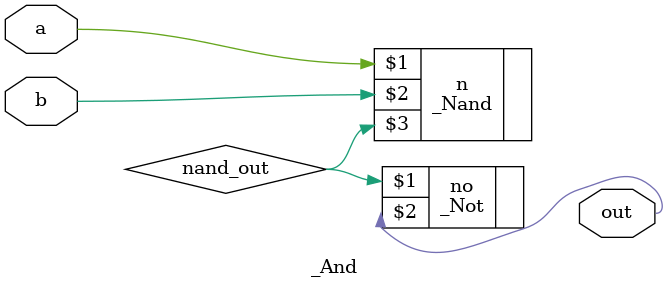
<source format=v>
module _And(
    input a, b,
    output out
);
    wire nand_out;
    _Nand n(a, b, nand_out);
    _Not no(nand_out, out);
endmodule
</source>
